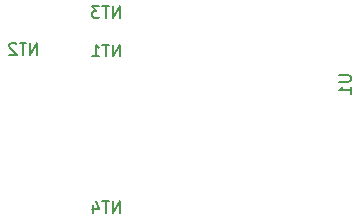
<source format=gbr>
%TF.GenerationSoftware,KiCad,Pcbnew,5.1.10-88a1d61d58~90~ubuntu20.04.1*%
%TF.CreationDate,2022-06-01T14:19:09-07:00*%
%TF.ProjectId,sd_bt_streamer,73645f62-745f-4737-9472-65616d65722e,rev?*%
%TF.SameCoordinates,Original*%
%TF.FileFunction,Legend,Bot*%
%TF.FilePolarity,Positive*%
%FSLAX46Y46*%
G04 Gerber Fmt 4.6, Leading zero omitted, Abs format (unit mm)*
G04 Created by KiCad (PCBNEW 5.1.10-88a1d61d58~90~ubuntu20.04.1) date 2022-06-01 14:19:09*
%MOMM*%
%LPD*%
G01*
G04 APERTURE LIST*
%ADD10C,0.150000*%
G04 APERTURE END LIST*
%TO.C,NT2*%
D10*
X171392857Y-79002380D02*
X171392857Y-78002380D01*
X170821428Y-79002380D01*
X170821428Y-78002380D01*
X170488095Y-78002380D02*
X169916666Y-78002380D01*
X170202380Y-79002380D02*
X170202380Y-78002380D01*
X169630952Y-78097619D02*
X169583333Y-78050000D01*
X169488095Y-78002380D01*
X169250000Y-78002380D01*
X169154761Y-78050000D01*
X169107142Y-78097619D01*
X169059523Y-78192857D01*
X169059523Y-78288095D01*
X169107142Y-78430952D01*
X169678571Y-79002380D01*
X169059523Y-79002380D01*
%TO.C,NT4*%
X178392857Y-92402380D02*
X178392857Y-91402380D01*
X177821428Y-92402380D01*
X177821428Y-91402380D01*
X177488095Y-91402380D02*
X176916666Y-91402380D01*
X177202380Y-92402380D02*
X177202380Y-91402380D01*
X176154761Y-91735714D02*
X176154761Y-92402380D01*
X176392857Y-91354761D02*
X176630952Y-92069047D01*
X176011904Y-92069047D01*
%TO.C,NT3*%
X178392857Y-75902380D02*
X178392857Y-74902380D01*
X177821428Y-75902380D01*
X177821428Y-74902380D01*
X177488095Y-74902380D02*
X176916666Y-74902380D01*
X177202380Y-75902380D02*
X177202380Y-74902380D01*
X176678571Y-74902380D02*
X176059523Y-74902380D01*
X176392857Y-75283333D01*
X176250000Y-75283333D01*
X176154761Y-75330952D01*
X176107142Y-75378571D01*
X176059523Y-75473809D01*
X176059523Y-75711904D01*
X176107142Y-75807142D01*
X176154761Y-75854761D01*
X176250000Y-75902380D01*
X176535714Y-75902380D01*
X176630952Y-75854761D01*
X176678571Y-75807142D01*
%TO.C,NT1*%
X178392857Y-79152380D02*
X178392857Y-78152380D01*
X177821428Y-79152380D01*
X177821428Y-78152380D01*
X177488095Y-78152380D02*
X176916666Y-78152380D01*
X177202380Y-79152380D02*
X177202380Y-78152380D01*
X176059523Y-79152380D02*
X176630952Y-79152380D01*
X176345238Y-79152380D02*
X176345238Y-78152380D01*
X176440476Y-78295238D01*
X176535714Y-78390476D01*
X176630952Y-78438095D01*
%TO.C,U1*%
X196952380Y-80738095D02*
X197761904Y-80738095D01*
X197857142Y-80785714D01*
X197904761Y-80833333D01*
X197952380Y-80928571D01*
X197952380Y-81119047D01*
X197904761Y-81214285D01*
X197857142Y-81261904D01*
X197761904Y-81309523D01*
X196952380Y-81309523D01*
X197952380Y-82309523D02*
X197952380Y-81738095D01*
X197952380Y-82023809D02*
X196952380Y-82023809D01*
X197095238Y-81928571D01*
X197190476Y-81833333D01*
X197238095Y-81738095D01*
%TD*%
M02*

</source>
